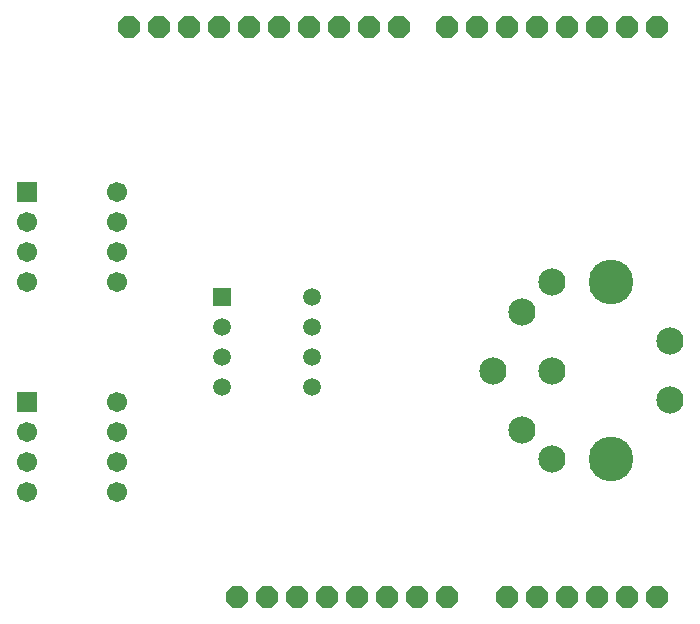
<source format=gbr>
G04 EAGLE Gerber RS-274X export*
G75*
%MOMM*%
%FSLAX34Y34*%
%LPD*%
%INSoldermask Top*%
%IPPOS*%
%AMOC8*
5,1,8,0,0,1.08239X$1,22.5*%
G01*
%ADD10C,2.303200*%
%ADD11C,3.788200*%
%ADD12R,1.511200X1.511200*%
%ADD13C,1.511200*%
%ADD14R,1.701800X1.701800*%
%ADD15C,1.701800*%
%ADD16P,2.034460X8X22.500000*%


D10*
X571500Y304800D03*
X546600Y279800D03*
X571500Y229750D03*
X546600Y179700D03*
X571500Y154700D03*
X521500Y229750D03*
X671800Y254750D03*
X671800Y204750D03*
D11*
X621800Y154700D03*
X621800Y304800D03*
D12*
X292100Y292100D03*
D13*
X292100Y266700D03*
X292100Y241300D03*
X292100Y215900D03*
X368300Y215900D03*
X368300Y241300D03*
X368300Y266700D03*
X368300Y292100D03*
D14*
X127000Y381000D03*
D15*
X127000Y355600D03*
X127000Y330200D03*
X127000Y304800D03*
X203200Y304800D03*
X203200Y330200D03*
X203200Y355600D03*
X203200Y381000D03*
D14*
X127000Y203200D03*
D15*
X127000Y177800D03*
X127000Y152400D03*
X127000Y127000D03*
X203200Y127000D03*
X203200Y152400D03*
X203200Y177800D03*
X203200Y203200D03*
D16*
X558800Y520700D03*
X533400Y38100D03*
X584200Y520700D03*
X609600Y520700D03*
X635000Y520700D03*
X660400Y520700D03*
X533400Y520700D03*
X508000Y520700D03*
X482600Y520700D03*
X441960Y520700D03*
X416560Y520700D03*
X391160Y520700D03*
X365760Y520700D03*
X340360Y520700D03*
X314960Y520700D03*
X289560Y520700D03*
X264160Y520700D03*
X558800Y38100D03*
X584200Y38100D03*
X609600Y38100D03*
X635000Y38100D03*
X660400Y38100D03*
X482600Y38100D03*
X457200Y38100D03*
X431800Y38100D03*
X406400Y38100D03*
X381000Y38100D03*
X355600Y38100D03*
X238760Y520700D03*
X213360Y520700D03*
X330200Y38100D03*
X304800Y38100D03*
M02*

</source>
